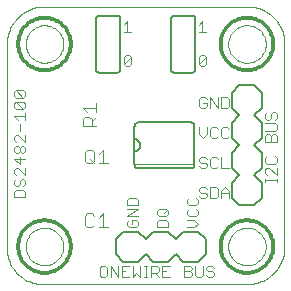
<source format=gto>
G75*
G70*
%OFA0B0*%
%FSLAX24Y24*%
%IPPOS*%
%LPD*%
%AMOC8*
5,1,8,0,0,1.08239X$1,22.5*
%
%ADD10C,0.0000*%
%ADD11C,0.0030*%
%ADD12C,0.0120*%
%ADD13C,0.0080*%
%ADD14C,0.0040*%
%ADD15C,0.0060*%
%ADD16C,0.0020*%
D10*
X000536Y001785D02*
X000534Y001719D01*
X000536Y001653D01*
X000542Y001587D01*
X000551Y001521D01*
X000564Y001456D01*
X000581Y001391D01*
X000601Y001328D01*
X000625Y001266D01*
X000652Y001206D01*
X000683Y001147D01*
X000717Y001089D01*
X000754Y001034D01*
X000794Y000981D01*
X000837Y000931D01*
X000882Y000882D01*
X000931Y000837D01*
X000981Y000794D01*
X001034Y000754D01*
X001089Y000717D01*
X001147Y000683D01*
X001206Y000652D01*
X001266Y000625D01*
X001328Y000601D01*
X001391Y000581D01*
X001456Y000564D01*
X001521Y000551D01*
X001587Y000542D01*
X001653Y000536D01*
X001719Y000534D01*
X001785Y000536D01*
X001785Y000535D02*
X008535Y000535D01*
X008603Y000537D01*
X008670Y000542D01*
X008737Y000551D01*
X008804Y000564D01*
X008869Y000581D01*
X008934Y000600D01*
X008998Y000624D01*
X009060Y000651D01*
X009121Y000681D01*
X009179Y000714D01*
X009236Y000750D01*
X009291Y000790D01*
X009344Y000832D01*
X009395Y000878D01*
X009442Y000925D01*
X009488Y000976D01*
X009530Y001029D01*
X009570Y001084D01*
X009606Y001141D01*
X009639Y001199D01*
X009669Y001260D01*
X009696Y001322D01*
X009720Y001386D01*
X009739Y001451D01*
X009756Y001516D01*
X009769Y001583D01*
X009778Y001650D01*
X009783Y001717D01*
X009785Y001785D01*
X009785Y008535D01*
X009783Y008603D01*
X009778Y008670D01*
X009769Y008737D01*
X009756Y008804D01*
X009739Y008869D01*
X009720Y008934D01*
X009696Y008998D01*
X009669Y009060D01*
X009639Y009121D01*
X009606Y009179D01*
X009570Y009236D01*
X009530Y009291D01*
X009488Y009344D01*
X009442Y009395D01*
X009395Y009442D01*
X009344Y009488D01*
X009291Y009530D01*
X009236Y009570D01*
X009179Y009606D01*
X009121Y009639D01*
X009060Y009669D01*
X008998Y009696D01*
X008934Y009720D01*
X008869Y009739D01*
X008804Y009756D01*
X008737Y009769D01*
X008670Y009778D01*
X008603Y009783D01*
X008535Y009785D01*
X001785Y009785D01*
X001160Y008535D02*
X001162Y008585D01*
X001168Y008634D01*
X001178Y008683D01*
X001191Y008730D01*
X001209Y008777D01*
X001230Y008822D01*
X001254Y008865D01*
X001282Y008906D01*
X001313Y008945D01*
X001347Y008981D01*
X001384Y009015D01*
X001424Y009045D01*
X001465Y009072D01*
X001509Y009096D01*
X001554Y009116D01*
X001601Y009132D01*
X001649Y009145D01*
X001698Y009154D01*
X001748Y009159D01*
X001797Y009160D01*
X001847Y009157D01*
X001896Y009150D01*
X001945Y009139D01*
X001992Y009125D01*
X002038Y009106D01*
X002083Y009084D01*
X002126Y009059D01*
X002166Y009030D01*
X002204Y008998D01*
X002240Y008964D01*
X002273Y008926D01*
X002302Y008886D01*
X002328Y008844D01*
X002351Y008800D01*
X002370Y008754D01*
X002386Y008707D01*
X002398Y008658D01*
X002406Y008609D01*
X002410Y008560D01*
X002410Y008510D01*
X002406Y008461D01*
X002398Y008412D01*
X002386Y008363D01*
X002370Y008316D01*
X002351Y008270D01*
X002328Y008226D01*
X002302Y008184D01*
X002273Y008144D01*
X002240Y008106D01*
X002204Y008072D01*
X002166Y008040D01*
X002126Y008011D01*
X002083Y007986D01*
X002038Y007964D01*
X001992Y007945D01*
X001945Y007931D01*
X001896Y007920D01*
X001847Y007913D01*
X001797Y007910D01*
X001748Y007911D01*
X001698Y007916D01*
X001649Y007925D01*
X001601Y007938D01*
X001554Y007954D01*
X001509Y007974D01*
X001465Y007998D01*
X001424Y008025D01*
X001384Y008055D01*
X001347Y008089D01*
X001313Y008125D01*
X001282Y008164D01*
X001254Y008205D01*
X001230Y008248D01*
X001209Y008293D01*
X001191Y008340D01*
X001178Y008387D01*
X001168Y008436D01*
X001162Y008485D01*
X001160Y008535D01*
X000535Y008535D02*
X000535Y001785D01*
X001160Y001785D02*
X001162Y001835D01*
X001168Y001884D01*
X001178Y001933D01*
X001191Y001980D01*
X001209Y002027D01*
X001230Y002072D01*
X001254Y002115D01*
X001282Y002156D01*
X001313Y002195D01*
X001347Y002231D01*
X001384Y002265D01*
X001424Y002295D01*
X001465Y002322D01*
X001509Y002346D01*
X001554Y002366D01*
X001601Y002382D01*
X001649Y002395D01*
X001698Y002404D01*
X001748Y002409D01*
X001797Y002410D01*
X001847Y002407D01*
X001896Y002400D01*
X001945Y002389D01*
X001992Y002375D01*
X002038Y002356D01*
X002083Y002334D01*
X002126Y002309D01*
X002166Y002280D01*
X002204Y002248D01*
X002240Y002214D01*
X002273Y002176D01*
X002302Y002136D01*
X002328Y002094D01*
X002351Y002050D01*
X002370Y002004D01*
X002386Y001957D01*
X002398Y001908D01*
X002406Y001859D01*
X002410Y001810D01*
X002410Y001760D01*
X002406Y001711D01*
X002398Y001662D01*
X002386Y001613D01*
X002370Y001566D01*
X002351Y001520D01*
X002328Y001476D01*
X002302Y001434D01*
X002273Y001394D01*
X002240Y001356D01*
X002204Y001322D01*
X002166Y001290D01*
X002126Y001261D01*
X002083Y001236D01*
X002038Y001214D01*
X001992Y001195D01*
X001945Y001181D01*
X001896Y001170D01*
X001847Y001163D01*
X001797Y001160D01*
X001748Y001161D01*
X001698Y001166D01*
X001649Y001175D01*
X001601Y001188D01*
X001554Y001204D01*
X001509Y001224D01*
X001465Y001248D01*
X001424Y001275D01*
X001384Y001305D01*
X001347Y001339D01*
X001313Y001375D01*
X001282Y001414D01*
X001254Y001455D01*
X001230Y001498D01*
X001209Y001543D01*
X001191Y001590D01*
X001178Y001637D01*
X001168Y001686D01*
X001162Y001735D01*
X001160Y001785D01*
X000535Y008535D02*
X000537Y008603D01*
X000542Y008670D01*
X000551Y008737D01*
X000564Y008804D01*
X000581Y008869D01*
X000600Y008934D01*
X000624Y008998D01*
X000651Y009060D01*
X000681Y009121D01*
X000714Y009179D01*
X000750Y009236D01*
X000790Y009291D01*
X000832Y009344D01*
X000878Y009395D01*
X000925Y009442D01*
X000976Y009488D01*
X001029Y009530D01*
X001084Y009570D01*
X001141Y009606D01*
X001199Y009639D01*
X001260Y009669D01*
X001322Y009696D01*
X001386Y009720D01*
X001451Y009739D01*
X001516Y009756D01*
X001583Y009769D01*
X001650Y009778D01*
X001717Y009783D01*
X001785Y009785D01*
X007910Y008535D02*
X007912Y008585D01*
X007918Y008634D01*
X007928Y008683D01*
X007941Y008730D01*
X007959Y008777D01*
X007980Y008822D01*
X008004Y008865D01*
X008032Y008906D01*
X008063Y008945D01*
X008097Y008981D01*
X008134Y009015D01*
X008174Y009045D01*
X008215Y009072D01*
X008259Y009096D01*
X008304Y009116D01*
X008351Y009132D01*
X008399Y009145D01*
X008448Y009154D01*
X008498Y009159D01*
X008547Y009160D01*
X008597Y009157D01*
X008646Y009150D01*
X008695Y009139D01*
X008742Y009125D01*
X008788Y009106D01*
X008833Y009084D01*
X008876Y009059D01*
X008916Y009030D01*
X008954Y008998D01*
X008990Y008964D01*
X009023Y008926D01*
X009052Y008886D01*
X009078Y008844D01*
X009101Y008800D01*
X009120Y008754D01*
X009136Y008707D01*
X009148Y008658D01*
X009156Y008609D01*
X009160Y008560D01*
X009160Y008510D01*
X009156Y008461D01*
X009148Y008412D01*
X009136Y008363D01*
X009120Y008316D01*
X009101Y008270D01*
X009078Y008226D01*
X009052Y008184D01*
X009023Y008144D01*
X008990Y008106D01*
X008954Y008072D01*
X008916Y008040D01*
X008876Y008011D01*
X008833Y007986D01*
X008788Y007964D01*
X008742Y007945D01*
X008695Y007931D01*
X008646Y007920D01*
X008597Y007913D01*
X008547Y007910D01*
X008498Y007911D01*
X008448Y007916D01*
X008399Y007925D01*
X008351Y007938D01*
X008304Y007954D01*
X008259Y007974D01*
X008215Y007998D01*
X008174Y008025D01*
X008134Y008055D01*
X008097Y008089D01*
X008063Y008125D01*
X008032Y008164D01*
X008004Y008205D01*
X007980Y008248D01*
X007959Y008293D01*
X007941Y008340D01*
X007928Y008387D01*
X007918Y008436D01*
X007912Y008485D01*
X007910Y008535D01*
X007910Y001785D02*
X007912Y001835D01*
X007918Y001884D01*
X007928Y001933D01*
X007941Y001980D01*
X007959Y002027D01*
X007980Y002072D01*
X008004Y002115D01*
X008032Y002156D01*
X008063Y002195D01*
X008097Y002231D01*
X008134Y002265D01*
X008174Y002295D01*
X008215Y002322D01*
X008259Y002346D01*
X008304Y002366D01*
X008351Y002382D01*
X008399Y002395D01*
X008448Y002404D01*
X008498Y002409D01*
X008547Y002410D01*
X008597Y002407D01*
X008646Y002400D01*
X008695Y002389D01*
X008742Y002375D01*
X008788Y002356D01*
X008833Y002334D01*
X008876Y002309D01*
X008916Y002280D01*
X008954Y002248D01*
X008990Y002214D01*
X009023Y002176D01*
X009052Y002136D01*
X009078Y002094D01*
X009101Y002050D01*
X009120Y002004D01*
X009136Y001957D01*
X009148Y001908D01*
X009156Y001859D01*
X009160Y001810D01*
X009160Y001760D01*
X009156Y001711D01*
X009148Y001662D01*
X009136Y001613D01*
X009120Y001566D01*
X009101Y001520D01*
X009078Y001476D01*
X009052Y001434D01*
X009023Y001394D01*
X008990Y001356D01*
X008954Y001322D01*
X008916Y001290D01*
X008876Y001261D01*
X008833Y001236D01*
X008788Y001214D01*
X008742Y001195D01*
X008695Y001181D01*
X008646Y001170D01*
X008597Y001163D01*
X008547Y001160D01*
X008498Y001161D01*
X008448Y001166D01*
X008399Y001175D01*
X008351Y001188D01*
X008304Y001204D01*
X008259Y001224D01*
X008215Y001248D01*
X008174Y001275D01*
X008134Y001305D01*
X008097Y001339D01*
X008063Y001375D01*
X008032Y001414D01*
X008004Y001455D01*
X007980Y001498D01*
X007959Y001543D01*
X007941Y001590D01*
X007928Y001637D01*
X007918Y001686D01*
X007912Y001735D01*
X007910Y001785D01*
D11*
X007367Y001145D02*
X007243Y001145D01*
X007182Y001084D01*
X007182Y001022D01*
X007243Y000960D01*
X007367Y000960D01*
X007429Y000898D01*
X007429Y000837D01*
X007367Y000775D01*
X007243Y000775D01*
X007182Y000837D01*
X007060Y000837D02*
X007060Y001145D01*
X006813Y001145D02*
X006813Y000837D01*
X006875Y000775D01*
X006999Y000775D01*
X007060Y000837D01*
X007367Y001145D02*
X007429Y001084D01*
X006692Y001084D02*
X006692Y001022D01*
X006630Y000960D01*
X006445Y000960D01*
X006445Y000775D02*
X006630Y000775D01*
X006692Y000837D01*
X006692Y000898D01*
X006630Y000960D01*
X006692Y001084D02*
X006630Y001145D01*
X006445Y001145D01*
X006445Y000775D01*
X005955Y000775D02*
X005708Y000775D01*
X005708Y001145D01*
X005955Y001145D01*
X005832Y000960D02*
X005708Y000960D01*
X005587Y000960D02*
X005587Y001084D01*
X005525Y001145D01*
X005340Y001145D01*
X005340Y000775D01*
X005218Y000775D02*
X005095Y000775D01*
X005156Y000775D02*
X005156Y001145D01*
X005095Y001145D02*
X005218Y001145D01*
X004973Y001145D02*
X004973Y000775D01*
X004850Y000898D01*
X004726Y000775D01*
X004726Y001145D01*
X004605Y001145D02*
X004358Y001145D01*
X004358Y000775D01*
X004605Y000775D01*
X004481Y000960D02*
X004358Y000960D01*
X004237Y000775D02*
X004237Y001145D01*
X003990Y001145D02*
X004237Y000775D01*
X003990Y000775D02*
X003990Y001145D01*
X003868Y001084D02*
X003806Y001145D01*
X003683Y001145D01*
X003621Y001084D01*
X003621Y000837D01*
X003683Y000775D01*
X003806Y000775D01*
X003868Y000837D01*
X003868Y001084D01*
X004586Y002425D02*
X004833Y002425D01*
X004895Y002487D01*
X004895Y002610D01*
X004833Y002672D01*
X004710Y002672D01*
X004710Y002548D01*
X004586Y002425D02*
X004525Y002487D01*
X004525Y002610D01*
X004586Y002672D01*
X004525Y002793D02*
X004895Y003040D01*
X004525Y003040D01*
X004525Y003162D02*
X004525Y003347D01*
X004586Y003409D01*
X004833Y003409D01*
X004895Y003347D01*
X004895Y003162D01*
X004525Y003162D01*
X004525Y002793D02*
X004895Y002793D01*
X005525Y002855D02*
X005525Y002978D01*
X005586Y003040D01*
X005833Y003040D01*
X005895Y002978D01*
X005895Y002855D01*
X005833Y002793D01*
X005586Y002793D01*
X005525Y002855D01*
X005586Y002672D02*
X005525Y002610D01*
X005525Y002425D01*
X005895Y002425D01*
X005895Y002610D01*
X005833Y002672D01*
X005586Y002672D01*
X005772Y002917D02*
X005895Y003040D01*
X006525Y002978D02*
X006525Y002855D01*
X006586Y002793D01*
X006833Y002793D01*
X006895Y002855D01*
X006895Y002978D01*
X006833Y003040D01*
X006833Y003162D02*
X006895Y003223D01*
X006895Y003347D01*
X006833Y003409D01*
X006945Y003462D02*
X007007Y003400D01*
X007130Y003400D01*
X007192Y003462D01*
X007192Y003523D01*
X007130Y003585D01*
X007007Y003585D01*
X006945Y003647D01*
X006945Y003709D01*
X007007Y003770D01*
X007130Y003770D01*
X007192Y003709D01*
X007313Y003770D02*
X007499Y003770D01*
X007560Y003709D01*
X007560Y003462D01*
X007499Y003400D01*
X007313Y003400D01*
X007313Y003770D01*
X007682Y003647D02*
X007682Y003400D01*
X007682Y003585D02*
X007929Y003585D01*
X007929Y003647D02*
X007929Y003400D01*
X007929Y003647D02*
X007805Y003770D01*
X007682Y003647D01*
X007682Y004400D02*
X007929Y004400D01*
X007682Y004400D02*
X007682Y004770D01*
X007560Y004709D02*
X007499Y004770D01*
X007375Y004770D01*
X007313Y004709D01*
X007313Y004462D01*
X007375Y004400D01*
X007499Y004400D01*
X007560Y004462D01*
X007192Y004462D02*
X007130Y004400D01*
X007007Y004400D01*
X006945Y004462D01*
X007007Y004585D02*
X007130Y004585D01*
X007192Y004523D01*
X007192Y004462D01*
X007007Y004585D02*
X006945Y004647D01*
X006945Y004709D01*
X007007Y004770D01*
X007130Y004770D01*
X007192Y004709D01*
X007068Y005400D02*
X007192Y005523D01*
X007192Y005770D01*
X007313Y005709D02*
X007313Y005462D01*
X007375Y005400D01*
X007499Y005400D01*
X007560Y005462D01*
X007682Y005462D02*
X007743Y005400D01*
X007867Y005400D01*
X007929Y005462D01*
X007682Y005462D02*
X007682Y005709D01*
X007743Y005770D01*
X007867Y005770D01*
X007929Y005709D01*
X007560Y005709D02*
X007499Y005770D01*
X007375Y005770D01*
X007313Y005709D01*
X006945Y005770D02*
X006945Y005523D01*
X007068Y005400D01*
X007007Y006400D02*
X007130Y006400D01*
X007192Y006462D01*
X007192Y006585D01*
X007068Y006585D01*
X006945Y006462D02*
X007007Y006400D01*
X006945Y006462D02*
X006945Y006709D01*
X007007Y006770D01*
X007130Y006770D01*
X007192Y006709D01*
X007313Y006770D02*
X007560Y006400D01*
X007560Y006770D01*
X007682Y006770D02*
X007867Y006770D01*
X007929Y006709D01*
X007929Y006462D01*
X007867Y006400D01*
X007682Y006400D01*
X007682Y006770D01*
X007313Y006770D02*
X007313Y006400D01*
X007110Y007800D02*
X006987Y007800D01*
X006925Y007862D01*
X007172Y008109D01*
X007172Y007862D01*
X007110Y007800D01*
X006925Y007862D02*
X006925Y008109D01*
X006987Y008170D01*
X007110Y008170D01*
X007172Y008109D01*
X007172Y008925D02*
X006925Y008925D01*
X007048Y008925D02*
X007048Y009295D01*
X006925Y009172D01*
X004672Y008925D02*
X004425Y008925D01*
X004548Y008925D02*
X004548Y009295D01*
X004425Y009172D01*
X004487Y008170D02*
X004610Y008170D01*
X004672Y008109D01*
X004425Y007862D01*
X004487Y007800D01*
X004610Y007800D01*
X004672Y007862D01*
X004672Y008109D01*
X004487Y008170D02*
X004425Y008109D01*
X004425Y007862D01*
X001145Y006925D02*
X001145Y006802D01*
X001083Y006740D01*
X000836Y006987D01*
X001083Y006987D01*
X001145Y006925D01*
X001083Y006740D02*
X000836Y006740D01*
X000775Y006802D01*
X000775Y006925D01*
X000836Y006987D01*
X000836Y006618D02*
X001083Y006372D01*
X001145Y006433D01*
X001145Y006557D01*
X001083Y006618D01*
X000836Y006618D01*
X000775Y006557D01*
X000775Y006433D01*
X000836Y006372D01*
X001083Y006372D01*
X001145Y006250D02*
X001145Y006003D01*
X001145Y006127D02*
X000775Y006127D01*
X000898Y006003D01*
X000960Y005882D02*
X000960Y005635D01*
X000898Y005513D02*
X000836Y005513D01*
X000775Y005452D01*
X000775Y005328D01*
X000836Y005267D01*
X000836Y005145D02*
X000775Y005083D01*
X000775Y004960D01*
X000836Y004898D01*
X000898Y004898D01*
X000960Y004960D01*
X000960Y005083D01*
X001022Y005145D01*
X001083Y005145D01*
X001145Y005083D01*
X001145Y004960D01*
X001083Y004898D01*
X001022Y004898D01*
X000960Y004960D01*
X000960Y005083D02*
X000898Y005145D01*
X000836Y005145D01*
X001145Y005267D02*
X000898Y005513D01*
X001145Y005513D02*
X001145Y005267D01*
X000960Y004777D02*
X000960Y004530D01*
X000775Y004715D01*
X001145Y004715D01*
X001145Y004409D02*
X001145Y004162D01*
X000898Y004409D01*
X000836Y004409D01*
X000775Y004347D01*
X000775Y004223D01*
X000836Y004162D01*
X000836Y004040D02*
X000775Y003978D01*
X000775Y003855D01*
X000836Y003793D01*
X000898Y003793D01*
X000960Y003855D01*
X000960Y003978D01*
X001022Y004040D01*
X001083Y004040D01*
X001145Y003978D01*
X001145Y003855D01*
X001083Y003793D01*
X001083Y003672D02*
X000836Y003672D01*
X000775Y003610D01*
X000775Y003425D01*
X001145Y003425D01*
X001145Y003610D01*
X001083Y003672D01*
X005340Y000898D02*
X005525Y000898D01*
X005587Y000960D01*
X005464Y000898D02*
X005587Y000775D01*
X006525Y002425D02*
X006772Y002425D01*
X006895Y002548D01*
X006772Y002672D01*
X006525Y002672D01*
X006525Y002978D02*
X006586Y003040D01*
X006586Y003162D02*
X006833Y003162D01*
X006586Y003162D02*
X006525Y003223D01*
X006525Y003347D01*
X006586Y003409D01*
X009150Y003925D02*
X009150Y004048D01*
X009150Y003987D02*
X009520Y003987D01*
X009520Y004048D02*
X009520Y003925D01*
X009520Y004171D02*
X009273Y004417D01*
X009211Y004417D01*
X009150Y004356D01*
X009150Y004232D01*
X009211Y004171D01*
X009520Y004171D02*
X009520Y004417D01*
X009458Y004539D02*
X009520Y004601D01*
X009520Y004724D01*
X009458Y004786D01*
X009211Y004786D02*
X009150Y004724D01*
X009150Y004601D01*
X009211Y004539D01*
X009458Y004539D01*
X009520Y005275D02*
X009150Y005275D01*
X009150Y005461D01*
X009211Y005522D01*
X009273Y005522D01*
X009335Y005461D01*
X009335Y005275D01*
X009335Y005461D02*
X009397Y005522D01*
X009458Y005522D01*
X009520Y005461D01*
X009520Y005275D01*
X009458Y005644D02*
X009520Y005706D01*
X009520Y005829D01*
X009458Y005891D01*
X009150Y005891D01*
X009211Y006012D02*
X009150Y006074D01*
X009150Y006197D01*
X009211Y006259D01*
X009335Y006197D02*
X009397Y006259D01*
X009458Y006259D01*
X009520Y006197D01*
X009520Y006074D01*
X009458Y006012D01*
X009335Y006074D02*
X009335Y006197D01*
X009335Y006074D02*
X009273Y006012D01*
X009211Y006012D01*
X009150Y005644D02*
X009458Y005644D01*
D12*
X008535Y007660D02*
X008477Y007662D01*
X008418Y007668D01*
X008361Y007678D01*
X008304Y007691D01*
X008248Y007708D01*
X008193Y007729D01*
X008140Y007754D01*
X008089Y007782D01*
X008040Y007814D01*
X007993Y007848D01*
X007948Y007886D01*
X007906Y007927D01*
X007867Y007970D01*
X007831Y008016D01*
X007797Y008064D01*
X007768Y008114D01*
X007741Y008167D01*
X007718Y008221D01*
X007699Y008276D01*
X007684Y008332D01*
X007672Y008389D01*
X007664Y008447D01*
X007660Y008506D01*
X007660Y008564D01*
X007664Y008623D01*
X007672Y008681D01*
X007684Y008738D01*
X007699Y008794D01*
X007718Y008849D01*
X007741Y008903D01*
X007768Y008956D01*
X007797Y009006D01*
X007831Y009054D01*
X007867Y009100D01*
X007906Y009143D01*
X007948Y009184D01*
X007993Y009222D01*
X008040Y009256D01*
X008089Y009288D01*
X008140Y009316D01*
X008193Y009341D01*
X008248Y009362D01*
X008304Y009379D01*
X008361Y009392D01*
X008418Y009402D01*
X008477Y009408D01*
X008535Y009410D01*
X008593Y009408D01*
X008652Y009402D01*
X008709Y009392D01*
X008766Y009379D01*
X008822Y009362D01*
X008877Y009341D01*
X008930Y009316D01*
X008981Y009288D01*
X009030Y009256D01*
X009077Y009222D01*
X009122Y009184D01*
X009164Y009143D01*
X009203Y009100D01*
X009239Y009054D01*
X009273Y009006D01*
X009302Y008956D01*
X009329Y008903D01*
X009352Y008849D01*
X009371Y008794D01*
X009386Y008738D01*
X009398Y008681D01*
X009406Y008623D01*
X009410Y008564D01*
X009410Y008506D01*
X009406Y008447D01*
X009398Y008389D01*
X009386Y008332D01*
X009371Y008276D01*
X009352Y008221D01*
X009329Y008167D01*
X009302Y008114D01*
X009273Y008064D01*
X009239Y008016D01*
X009203Y007970D01*
X009164Y007927D01*
X009122Y007886D01*
X009077Y007848D01*
X009030Y007814D01*
X008981Y007782D01*
X008930Y007754D01*
X008877Y007729D01*
X008822Y007708D01*
X008766Y007691D01*
X008709Y007678D01*
X008652Y007668D01*
X008593Y007662D01*
X008535Y007660D01*
X008535Y002660D02*
X008477Y002658D01*
X008418Y002652D01*
X008361Y002642D01*
X008304Y002629D01*
X008248Y002612D01*
X008193Y002591D01*
X008140Y002566D01*
X008089Y002538D01*
X008040Y002506D01*
X007993Y002472D01*
X007948Y002434D01*
X007906Y002393D01*
X007867Y002350D01*
X007831Y002304D01*
X007797Y002256D01*
X007768Y002206D01*
X007741Y002153D01*
X007718Y002099D01*
X007699Y002044D01*
X007684Y001988D01*
X007672Y001931D01*
X007664Y001873D01*
X007660Y001814D01*
X007660Y001756D01*
X007664Y001697D01*
X007672Y001639D01*
X007684Y001582D01*
X007699Y001526D01*
X007718Y001471D01*
X007741Y001417D01*
X007768Y001364D01*
X007797Y001314D01*
X007831Y001266D01*
X007867Y001220D01*
X007906Y001177D01*
X007948Y001136D01*
X007993Y001098D01*
X008040Y001064D01*
X008089Y001032D01*
X008140Y001004D01*
X008193Y000979D01*
X008248Y000958D01*
X008304Y000941D01*
X008361Y000928D01*
X008418Y000918D01*
X008477Y000912D01*
X008535Y000910D01*
X008593Y000912D01*
X008652Y000918D01*
X008709Y000928D01*
X008766Y000941D01*
X008822Y000958D01*
X008877Y000979D01*
X008930Y001004D01*
X008981Y001032D01*
X009030Y001064D01*
X009077Y001098D01*
X009122Y001136D01*
X009164Y001177D01*
X009203Y001220D01*
X009239Y001266D01*
X009273Y001314D01*
X009302Y001364D01*
X009329Y001417D01*
X009352Y001471D01*
X009371Y001526D01*
X009386Y001582D01*
X009398Y001639D01*
X009406Y001697D01*
X009410Y001756D01*
X009410Y001814D01*
X009406Y001873D01*
X009398Y001931D01*
X009386Y001988D01*
X009371Y002044D01*
X009352Y002099D01*
X009329Y002153D01*
X009302Y002206D01*
X009273Y002256D01*
X009239Y002304D01*
X009203Y002350D01*
X009164Y002393D01*
X009122Y002434D01*
X009077Y002472D01*
X009030Y002506D01*
X008981Y002538D01*
X008930Y002566D01*
X008877Y002591D01*
X008822Y002612D01*
X008766Y002629D01*
X008709Y002642D01*
X008652Y002652D01*
X008593Y002658D01*
X008535Y002660D01*
X001785Y002660D02*
X001727Y002658D01*
X001668Y002652D01*
X001611Y002642D01*
X001554Y002629D01*
X001498Y002612D01*
X001443Y002591D01*
X001390Y002566D01*
X001339Y002538D01*
X001290Y002506D01*
X001243Y002472D01*
X001198Y002434D01*
X001156Y002393D01*
X001117Y002350D01*
X001081Y002304D01*
X001047Y002256D01*
X001018Y002206D01*
X000991Y002153D01*
X000968Y002099D01*
X000949Y002044D01*
X000934Y001988D01*
X000922Y001931D01*
X000914Y001873D01*
X000910Y001814D01*
X000910Y001756D01*
X000914Y001697D01*
X000922Y001639D01*
X000934Y001582D01*
X000949Y001526D01*
X000968Y001471D01*
X000991Y001417D01*
X001018Y001364D01*
X001047Y001314D01*
X001081Y001266D01*
X001117Y001220D01*
X001156Y001177D01*
X001198Y001136D01*
X001243Y001098D01*
X001290Y001064D01*
X001339Y001032D01*
X001390Y001004D01*
X001443Y000979D01*
X001498Y000958D01*
X001554Y000941D01*
X001611Y000928D01*
X001668Y000918D01*
X001727Y000912D01*
X001785Y000910D01*
X001843Y000912D01*
X001902Y000918D01*
X001959Y000928D01*
X002016Y000941D01*
X002072Y000958D01*
X002127Y000979D01*
X002180Y001004D01*
X002231Y001032D01*
X002280Y001064D01*
X002327Y001098D01*
X002372Y001136D01*
X002414Y001177D01*
X002453Y001220D01*
X002489Y001266D01*
X002523Y001314D01*
X002552Y001364D01*
X002579Y001417D01*
X002602Y001471D01*
X002621Y001526D01*
X002636Y001582D01*
X002648Y001639D01*
X002656Y001697D01*
X002660Y001756D01*
X002660Y001814D01*
X002656Y001873D01*
X002648Y001931D01*
X002636Y001988D01*
X002621Y002044D01*
X002602Y002099D01*
X002579Y002153D01*
X002552Y002206D01*
X002523Y002256D01*
X002489Y002304D01*
X002453Y002350D01*
X002414Y002393D01*
X002372Y002434D01*
X002327Y002472D01*
X002280Y002506D01*
X002231Y002538D01*
X002180Y002566D01*
X002127Y002591D01*
X002072Y002612D01*
X002016Y002629D01*
X001959Y002642D01*
X001902Y002652D01*
X001843Y002658D01*
X001785Y002660D01*
X001785Y007660D02*
X001727Y007662D01*
X001668Y007668D01*
X001611Y007678D01*
X001554Y007691D01*
X001498Y007708D01*
X001443Y007729D01*
X001390Y007754D01*
X001339Y007782D01*
X001290Y007814D01*
X001243Y007848D01*
X001198Y007886D01*
X001156Y007927D01*
X001117Y007970D01*
X001081Y008016D01*
X001047Y008064D01*
X001018Y008114D01*
X000991Y008167D01*
X000968Y008221D01*
X000949Y008276D01*
X000934Y008332D01*
X000922Y008389D01*
X000914Y008447D01*
X000910Y008506D01*
X000910Y008564D01*
X000914Y008623D01*
X000922Y008681D01*
X000934Y008738D01*
X000949Y008794D01*
X000968Y008849D01*
X000991Y008903D01*
X001018Y008956D01*
X001047Y009006D01*
X001081Y009054D01*
X001117Y009100D01*
X001156Y009143D01*
X001198Y009184D01*
X001243Y009222D01*
X001290Y009256D01*
X001339Y009288D01*
X001390Y009316D01*
X001443Y009341D01*
X001498Y009362D01*
X001554Y009379D01*
X001611Y009392D01*
X001668Y009402D01*
X001727Y009408D01*
X001785Y009410D01*
X001843Y009408D01*
X001902Y009402D01*
X001959Y009392D01*
X002016Y009379D01*
X002072Y009362D01*
X002127Y009341D01*
X002180Y009316D01*
X002231Y009288D01*
X002280Y009256D01*
X002327Y009222D01*
X002372Y009184D01*
X002414Y009143D01*
X002453Y009100D01*
X002489Y009054D01*
X002523Y009006D01*
X002552Y008956D01*
X002579Y008903D01*
X002602Y008849D01*
X002621Y008794D01*
X002636Y008738D01*
X002648Y008681D01*
X002656Y008623D01*
X002660Y008564D01*
X002660Y008506D01*
X002656Y008447D01*
X002648Y008389D01*
X002636Y008332D01*
X002621Y008276D01*
X002602Y008221D01*
X002579Y008167D01*
X002552Y008114D01*
X002523Y008064D01*
X002489Y008016D01*
X002453Y007970D01*
X002414Y007927D01*
X002372Y007886D01*
X002327Y007848D01*
X002280Y007814D01*
X002231Y007782D01*
X002180Y007754D01*
X002127Y007729D01*
X002072Y007708D01*
X002016Y007691D01*
X001959Y007678D01*
X001902Y007668D01*
X001843Y007662D01*
X001785Y007660D01*
D13*
X004410Y002285D02*
X004160Y002035D01*
X004160Y001535D01*
X004410Y001285D01*
X004910Y001285D01*
X005160Y001535D01*
X005410Y001285D01*
X005910Y001285D01*
X006160Y001535D01*
X006410Y001285D01*
X006910Y001285D01*
X007160Y001535D01*
X007160Y002035D01*
X006910Y002285D01*
X006410Y002285D01*
X006160Y002035D01*
X005910Y002285D01*
X005410Y002285D01*
X005160Y002035D01*
X004910Y002285D01*
X004410Y002285D01*
X008035Y003410D02*
X008035Y003910D01*
X008285Y004160D01*
X008035Y004410D01*
X008035Y004910D01*
X008285Y005160D01*
X008035Y005410D01*
X008035Y005910D01*
X008285Y006160D01*
X008035Y006410D01*
X008035Y006910D01*
X008285Y007160D01*
X008785Y007160D01*
X009035Y006910D01*
X009035Y006410D01*
X008785Y006160D01*
X009035Y005910D01*
X009035Y005410D01*
X008785Y005160D01*
X009035Y004910D01*
X009035Y004410D01*
X008785Y004160D01*
X009035Y003910D01*
X009035Y003410D01*
X008785Y003160D01*
X008285Y003160D01*
X008035Y003410D01*
D14*
X003902Y002430D02*
X003595Y002430D01*
X003441Y002507D02*
X003364Y002430D01*
X003211Y002430D01*
X003134Y002507D01*
X003134Y002814D01*
X003211Y002890D01*
X003364Y002890D01*
X003441Y002814D01*
X003595Y002737D02*
X003748Y002890D01*
X003748Y002430D01*
X003748Y004555D02*
X003748Y005015D01*
X003595Y004862D01*
X003441Y004939D02*
X003441Y004632D01*
X003364Y004555D01*
X003211Y004555D01*
X003134Y004632D01*
X003134Y004939D01*
X003211Y005015D01*
X003364Y005015D01*
X003441Y004939D01*
X003288Y004708D02*
X003441Y004555D01*
X003595Y004555D02*
X003902Y004555D01*
X003515Y005805D02*
X003055Y005805D01*
X003055Y006035D01*
X003131Y006112D01*
X003285Y006112D01*
X003362Y006035D01*
X003362Y005805D01*
X003362Y005958D02*
X003515Y006112D01*
X003515Y006265D02*
X003515Y006572D01*
X003515Y006419D02*
X003055Y006419D01*
X003208Y006265D01*
D15*
X003610Y007585D02*
X004210Y007585D01*
X004227Y007587D01*
X004244Y007591D01*
X004260Y007598D01*
X004274Y007608D01*
X004287Y007621D01*
X004297Y007635D01*
X004304Y007651D01*
X004308Y007668D01*
X004310Y007685D01*
X004310Y009385D01*
X004308Y009402D01*
X004304Y009419D01*
X004297Y009435D01*
X004287Y009449D01*
X004274Y009462D01*
X004260Y009472D01*
X004244Y009479D01*
X004227Y009483D01*
X004210Y009485D01*
X003610Y009485D01*
X003593Y009483D01*
X003576Y009479D01*
X003560Y009472D01*
X003546Y009462D01*
X003533Y009449D01*
X003523Y009435D01*
X003516Y009419D01*
X003512Y009402D01*
X003510Y009385D01*
X003510Y007685D01*
X003512Y007668D01*
X003516Y007651D01*
X003523Y007635D01*
X003533Y007621D01*
X003546Y007608D01*
X003560Y007598D01*
X003576Y007591D01*
X003593Y007587D01*
X003610Y007585D01*
X004935Y005930D02*
X006635Y005930D01*
X006658Y005928D01*
X006681Y005923D01*
X006703Y005914D01*
X006723Y005901D01*
X006741Y005886D01*
X006756Y005868D01*
X006769Y005848D01*
X006778Y005826D01*
X006783Y005803D01*
X006785Y005780D01*
X006785Y004540D01*
X006783Y004517D01*
X006778Y004494D01*
X006769Y004472D01*
X006756Y004452D01*
X006741Y004434D01*
X006723Y004419D01*
X006703Y004406D01*
X006681Y004397D01*
X006658Y004392D01*
X006635Y004390D01*
X004935Y004390D01*
X004912Y004392D01*
X004889Y004397D01*
X004867Y004406D01*
X004847Y004419D01*
X004829Y004434D01*
X004814Y004452D01*
X004801Y004472D01*
X004792Y004494D01*
X004787Y004517D01*
X004785Y004540D01*
X004785Y004960D01*
X004785Y005360D01*
X004785Y005780D01*
X004787Y005803D01*
X004792Y005826D01*
X004801Y005848D01*
X004814Y005868D01*
X004829Y005886D01*
X004847Y005901D01*
X004867Y005914D01*
X004889Y005923D01*
X004912Y005928D01*
X004935Y005930D01*
X004785Y005360D02*
X004812Y005358D01*
X004839Y005353D01*
X004865Y005343D01*
X004889Y005331D01*
X004911Y005315D01*
X004931Y005297D01*
X004948Y005275D01*
X004963Y005252D01*
X004973Y005227D01*
X004981Y005201D01*
X004985Y005174D01*
X004985Y005146D01*
X004981Y005119D01*
X004973Y005093D01*
X004963Y005068D01*
X004948Y005045D01*
X004931Y005023D01*
X004911Y005005D01*
X004889Y004989D01*
X004865Y004977D01*
X004839Y004967D01*
X004812Y004962D01*
X004785Y004960D01*
X006110Y007585D02*
X006710Y007585D01*
X006727Y007587D01*
X006744Y007591D01*
X006760Y007598D01*
X006774Y007608D01*
X006787Y007621D01*
X006797Y007635D01*
X006804Y007651D01*
X006808Y007668D01*
X006810Y007685D01*
X006810Y009385D01*
X006808Y009402D01*
X006804Y009419D01*
X006797Y009435D01*
X006787Y009449D01*
X006774Y009462D01*
X006760Y009472D01*
X006744Y009479D01*
X006727Y009483D01*
X006710Y009485D01*
X006110Y009485D01*
X006093Y009483D01*
X006076Y009479D01*
X006060Y009472D01*
X006046Y009462D01*
X006033Y009449D01*
X006023Y009435D01*
X006016Y009419D01*
X006012Y009402D01*
X006010Y009385D01*
X006010Y007685D01*
X006012Y007668D01*
X006016Y007651D01*
X006023Y007635D01*
X006033Y007621D01*
X006046Y007608D01*
X006060Y007598D01*
X006076Y007591D01*
X006093Y007587D01*
X006110Y007585D01*
D16*
X006785Y004530D02*
X004785Y004530D01*
M02*

</source>
